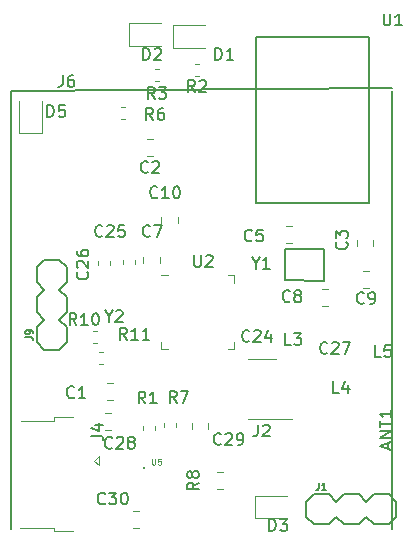
<source format=gbr>
G04 #@! TF.GenerationSoftware,KiCad,Pcbnew,(5.0.1)-rc2*
G04 #@! TF.CreationDate,2019-03-09T02:30:10-07:00*
G04 #@! TF.ProjectId,GPSLogger,4750534C6F676765722E6B696361645F,rev?*
G04 #@! TF.SameCoordinates,Original*
G04 #@! TF.FileFunction,Legend,Top*
G04 #@! TF.FilePolarity,Positive*
%FSLAX46Y46*%
G04 Gerber Fmt 4.6, Leading zero omitted, Abs format (unit mm)*
G04 Created by KiCad (PCBNEW (5.0.1)-rc2) date 3/9/2019 2:30:10 AM*
%MOMM*%
%LPD*%
G01*
G04 APERTURE LIST*
%ADD10C,0.200000*%
%ADD11C,0.120000*%
%ADD12C,0.203200*%
%ADD13C,0.150000*%
%ADD14C,0.100000*%
%ADD15C,0.127000*%
%ADD16C,0.125000*%
G04 APERTURE END LIST*
D10*
X226822000Y-64770000D02*
X226822000Y-27686000D01*
X194564000Y-27686000D02*
X194564000Y-64770000D01*
X226822000Y-27432000D02*
X194564000Y-27686000D01*
D11*
G04 #@! TO.C,C29*
X209856000Y-55796922D02*
X209856000Y-56314078D01*
X211276000Y-55796922D02*
X211276000Y-56314078D01*
D12*
G04 #@! TO.C,J1*
X227177600Y-62509400D02*
X227177600Y-63779400D01*
X221462600Y-64414400D02*
X220192600Y-64414400D01*
X219557600Y-63779400D02*
X220192600Y-64414400D01*
X220192600Y-61874400D02*
X219557600Y-62509400D01*
X219557600Y-62509400D02*
X219557600Y-63779400D01*
X222732600Y-64414400D02*
X222097600Y-63779400D01*
X224002600Y-64414400D02*
X222732600Y-64414400D01*
X224637600Y-63779400D02*
X224002600Y-64414400D01*
X224002600Y-61874400D02*
X224637600Y-62509400D01*
X222732600Y-61874400D02*
X224002600Y-61874400D01*
X222097600Y-62509400D02*
X222732600Y-61874400D01*
X222097600Y-63779400D02*
X221462600Y-64414400D01*
X221462600Y-61874400D02*
X222097600Y-62509400D01*
X220192600Y-61874400D02*
X221462600Y-61874400D01*
X225272600Y-64414400D02*
X224637600Y-63779400D01*
X226542600Y-64414400D02*
X225272600Y-64414400D01*
X227177600Y-63779400D02*
X226542600Y-64414400D01*
X226542600Y-61874400D02*
X227177600Y-62509400D01*
X225272600Y-61874400D02*
X226542600Y-61874400D01*
X224637600Y-62509400D02*
X225272600Y-61874400D01*
D13*
G04 #@! TO.C,U1*
X215265000Y-37164800D02*
X224865000Y-37164800D01*
X224865000Y-37164800D02*
X224865000Y-23164800D01*
X215265000Y-23164800D02*
X215265000Y-37164800D01*
X215265000Y-23164800D02*
X224865000Y-23164800D01*
D11*
G04 #@! TO.C,C1*
X203178578Y-52430000D02*
X202661422Y-52430000D01*
X203178578Y-53850000D02*
X202661422Y-53850000D01*
G04 #@! TO.C,C7*
X207161200Y-42293278D02*
X207161200Y-41776122D01*
X205741200Y-42293278D02*
X205741200Y-41776122D01*
G04 #@! TO.C,C8*
X220896922Y-45922000D02*
X221414078Y-45922000D01*
X220896922Y-44502000D02*
X221414078Y-44502000D01*
G04 #@! TO.C,C9*
X224355922Y-44398000D02*
X224873078Y-44398000D01*
X224355922Y-42978000D02*
X224873078Y-42978000D01*
G04 #@! TO.C,C10*
X208680000Y-38866078D02*
X208680000Y-38348922D01*
X207260000Y-38866078D02*
X207260000Y-38348922D01*
G04 #@! TO.C,D1*
X208273700Y-24048600D02*
X210958700Y-24048600D01*
X208273700Y-22128600D02*
X208273700Y-24048600D01*
X210958700Y-22128600D02*
X208273700Y-22128600D01*
G04 #@! TO.C,D2*
X204552600Y-23896200D02*
X207237600Y-23896200D01*
X204552600Y-21976200D02*
X204552600Y-23896200D01*
X207237600Y-21976200D02*
X204552600Y-21976200D01*
G04 #@! TO.C,D5*
X197149600Y-31248300D02*
X197149600Y-28563300D01*
X195229600Y-31248300D02*
X197149600Y-31248300D01*
X195229600Y-28563300D02*
X195229600Y-31248300D01*
G04 #@! TO.C,U2*
X212913926Y-43325526D02*
X213483926Y-43325526D01*
X207243926Y-49565526D02*
X207243926Y-48995526D01*
X207813926Y-49565526D02*
X207243926Y-49565526D01*
X213483926Y-49565526D02*
X213483926Y-48995526D01*
X212913926Y-49565526D02*
X213483926Y-49565526D01*
X213483926Y-43945526D02*
X213483926Y-43325526D01*
X207243926Y-43325526D02*
X207813926Y-43325526D01*
G04 #@! TO.C,J2*
X214589526Y-50437926D02*
X214589526Y-50387926D01*
X217009526Y-50437926D02*
X217009526Y-50387926D01*
X214589526Y-55507926D02*
X214589526Y-55457926D01*
X217009526Y-55507926D02*
X217009526Y-55457926D01*
X218389526Y-55457926D02*
X217009526Y-55457926D01*
X217009526Y-50387926D02*
X214589526Y-50387926D01*
X217009526Y-55507926D02*
X214589526Y-55507926D01*
G04 #@! TO.C,C25*
X205081600Y-42352279D02*
X205081600Y-42026721D01*
X204061600Y-42352279D02*
X204061600Y-42026721D01*
G04 #@! TO.C,C26*
X202948000Y-42453879D02*
X202948000Y-42128321D01*
X201928000Y-42453879D02*
X201928000Y-42128321D01*
D12*
G04 #@! TO.C,J9*
X197383400Y-42011600D02*
X198653400Y-42011600D01*
X199288400Y-47726600D02*
X199288400Y-48996600D01*
X198653400Y-49631600D02*
X199288400Y-48996600D01*
X196748400Y-48996600D02*
X197383400Y-49631600D01*
X197383400Y-49631600D02*
X198653400Y-49631600D01*
X199288400Y-46456600D02*
X198653400Y-47091600D01*
X199288400Y-45186600D02*
X199288400Y-46456600D01*
X198653400Y-44551600D02*
X199288400Y-45186600D01*
X196748400Y-45186600D02*
X197383400Y-44551600D01*
X196748400Y-46456600D02*
X196748400Y-45186600D01*
X197383400Y-47091600D02*
X196748400Y-46456600D01*
X198653400Y-47091600D02*
X199288400Y-47726600D01*
X196748400Y-47726600D02*
X197383400Y-47091600D01*
X196748400Y-48996600D02*
X196748400Y-47726600D01*
X199288400Y-43916600D02*
X198653400Y-44551600D01*
X199288400Y-42646600D02*
X199288400Y-43916600D01*
X198653400Y-42011600D02*
X199288400Y-42646600D01*
X196748400Y-42646600D02*
X197383400Y-42011600D01*
X196748400Y-43916600D02*
X196748400Y-42646600D01*
X197383400Y-44551600D02*
X196748400Y-43916600D01*
D11*
G04 #@! TO.C,R2*
X210461979Y-25410700D02*
X210136421Y-25410700D01*
X210461979Y-26430700D02*
X210136421Y-26430700D01*
G04 #@! TO.C,R3*
X206732821Y-26887900D02*
X207058379Y-26887900D01*
X206732821Y-25867900D02*
X207058379Y-25867900D01*
G04 #@! TO.C,R6*
X204175479Y-29106400D02*
X203849921Y-29106400D01*
X204175479Y-30126400D02*
X203849921Y-30126400D01*
G04 #@! TO.C,R10*
X201513221Y-49024000D02*
X201838779Y-49024000D01*
X201513221Y-48004000D02*
X201838779Y-48004000D01*
G04 #@! TO.C,R11*
X202046721Y-50802000D02*
X202372279Y-50802000D01*
X202046721Y-49782000D02*
X202372279Y-49782000D01*
D13*
G04 #@! TO.C,Y1*
X217754200Y-43764200D02*
X221056200Y-43789600D01*
X217728800Y-41122600D02*
X217754200Y-43764200D01*
X221056200Y-41122600D02*
X217728800Y-41122600D01*
X221056200Y-43764200D02*
X221056200Y-41122600D01*
D11*
G04 #@! TO.C,C2*
X206067922Y-33222000D02*
X206585078Y-33222000D01*
X206067922Y-31802000D02*
X206585078Y-31802000D01*
G04 #@! TO.C,C3*
X223826000Y-40302922D02*
X223826000Y-40820078D01*
X225246000Y-40302922D02*
X225246000Y-40820078D01*
G04 #@! TO.C,C5*
X218366078Y-39168000D02*
X217848922Y-39168000D01*
X218366078Y-40588000D02*
X217848922Y-40588000D01*
G04 #@! TO.C,C28*
X203011078Y-55000000D02*
X202493922Y-55000000D01*
X203011078Y-56420000D02*
X202493922Y-56420000D01*
G04 #@! TO.C,C30*
X205412078Y-63298000D02*
X204894922Y-63298000D01*
X205412078Y-64718000D02*
X204894922Y-64718000D01*
G04 #@! TO.C,D3*
X215231000Y-63901200D02*
X217916000Y-63901200D01*
X215231000Y-61981200D02*
X215231000Y-63901200D01*
X217916000Y-61981200D02*
X215231000Y-61981200D01*
G04 #@! TO.C,J4*
X198227200Y-55326600D02*
X199777200Y-55326600D01*
X198227200Y-55326600D02*
X198227200Y-55626600D01*
X195427200Y-55626600D02*
X198227200Y-55626600D01*
X198227200Y-65001600D02*
X199777200Y-65001600D01*
X198162200Y-64701600D02*
X198162200Y-65001600D01*
X195362200Y-64701600D02*
X198162200Y-64701600D01*
X202027200Y-59426600D02*
X201577200Y-59026600D01*
X202027200Y-58626600D02*
X202027200Y-59426600D01*
X201577200Y-59026600D02*
X202027200Y-58626600D01*
G04 #@! TO.C,R1*
X206758000Y-56418267D02*
X206758000Y-56075733D01*
X205738000Y-56418267D02*
X205738000Y-56075733D01*
G04 #@! TO.C,R7*
X208536000Y-56192267D02*
X208536000Y-55849733D01*
X207516000Y-56192267D02*
X207516000Y-55849733D01*
G04 #@! TO.C,R8*
X212524078Y-59996000D02*
X212006922Y-59996000D01*
X212524078Y-61416000D02*
X212006922Y-61416000D01*
D14*
G04 #@! TO.C,U5*
X205926000Y-59634000D02*
G75*
G03X205926000Y-59634000I-100000J0D01*
G01*
G04 #@! TO.C,C29*
D13*
X212332142Y-57582142D02*
X212284523Y-57629761D01*
X212141666Y-57677380D01*
X212046428Y-57677380D01*
X211903571Y-57629761D01*
X211808333Y-57534523D01*
X211760714Y-57439285D01*
X211713095Y-57248809D01*
X211713095Y-57105952D01*
X211760714Y-56915476D01*
X211808333Y-56820238D01*
X211903571Y-56725000D01*
X212046428Y-56677380D01*
X212141666Y-56677380D01*
X212284523Y-56725000D01*
X212332142Y-56772619D01*
X212713095Y-56772619D02*
X212760714Y-56725000D01*
X212855952Y-56677380D01*
X213094047Y-56677380D01*
X213189285Y-56725000D01*
X213236904Y-56772619D01*
X213284523Y-56867857D01*
X213284523Y-56963095D01*
X213236904Y-57105952D01*
X212665476Y-57677380D01*
X213284523Y-57677380D01*
X213760714Y-57677380D02*
X213951190Y-57677380D01*
X214046428Y-57629761D01*
X214094047Y-57582142D01*
X214189285Y-57439285D01*
X214236904Y-57248809D01*
X214236904Y-56867857D01*
X214189285Y-56772619D01*
X214141666Y-56725000D01*
X214046428Y-56677380D01*
X213855952Y-56677380D01*
X213760714Y-56725000D01*
X213713095Y-56772619D01*
X213665476Y-56867857D01*
X213665476Y-57105952D01*
X213713095Y-57201190D01*
X213760714Y-57248809D01*
X213855952Y-57296428D01*
X214046428Y-57296428D01*
X214141666Y-57248809D01*
X214189285Y-57201190D01*
X214236904Y-57105952D01*
G04 #@! TO.C,J1*
D15*
X220624400Y-60905571D02*
X220624400Y-61341000D01*
X220595371Y-61428085D01*
X220537314Y-61486142D01*
X220450228Y-61515171D01*
X220392171Y-61515171D01*
X221234000Y-61515171D02*
X220885657Y-61515171D01*
X221059828Y-61515171D02*
X221059828Y-60905571D01*
X221001771Y-60992657D01*
X220943714Y-61050714D01*
X220885657Y-61079742D01*
G04 #@! TO.C,U1*
D13*
X226103095Y-21167180D02*
X226103095Y-21976704D01*
X226150714Y-22071942D01*
X226198333Y-22119561D01*
X226293571Y-22167180D01*
X226484047Y-22167180D01*
X226579285Y-22119561D01*
X226626904Y-22071942D01*
X226674523Y-21976704D01*
X226674523Y-21167180D01*
X227674523Y-22167180D02*
X227103095Y-22167180D01*
X227388809Y-22167180D02*
X227388809Y-21167180D01*
X227293571Y-21310038D01*
X227198333Y-21405276D01*
X227103095Y-21452895D01*
G04 #@! TO.C,C1*
X199908333Y-53632142D02*
X199860714Y-53679761D01*
X199717857Y-53727380D01*
X199622619Y-53727380D01*
X199479761Y-53679761D01*
X199384523Y-53584523D01*
X199336904Y-53489285D01*
X199289285Y-53298809D01*
X199289285Y-53155952D01*
X199336904Y-52965476D01*
X199384523Y-52870238D01*
X199479761Y-52775000D01*
X199622619Y-52727380D01*
X199717857Y-52727380D01*
X199860714Y-52775000D01*
X199908333Y-52822619D01*
X200860714Y-53727380D02*
X200289285Y-53727380D01*
X200575000Y-53727380D02*
X200575000Y-52727380D01*
X200479761Y-52870238D01*
X200384523Y-52965476D01*
X200289285Y-53013095D01*
G04 #@! TO.C,C7*
X206335333Y-39981142D02*
X206287714Y-40028761D01*
X206144857Y-40076380D01*
X206049619Y-40076380D01*
X205906761Y-40028761D01*
X205811523Y-39933523D01*
X205763904Y-39838285D01*
X205716285Y-39647809D01*
X205716285Y-39504952D01*
X205763904Y-39314476D01*
X205811523Y-39219238D01*
X205906761Y-39124000D01*
X206049619Y-39076380D01*
X206144857Y-39076380D01*
X206287714Y-39124000D01*
X206335333Y-39171619D01*
X206668666Y-39076380D02*
X207335333Y-39076380D01*
X206906761Y-40076380D01*
G04 #@! TO.C,C8*
X218173333Y-45507142D02*
X218125714Y-45554761D01*
X217982857Y-45602380D01*
X217887619Y-45602380D01*
X217744761Y-45554761D01*
X217649523Y-45459523D01*
X217601904Y-45364285D01*
X217554285Y-45173809D01*
X217554285Y-45030952D01*
X217601904Y-44840476D01*
X217649523Y-44745238D01*
X217744761Y-44650000D01*
X217887619Y-44602380D01*
X217982857Y-44602380D01*
X218125714Y-44650000D01*
X218173333Y-44697619D01*
X218744761Y-45030952D02*
X218649523Y-44983333D01*
X218601904Y-44935714D01*
X218554285Y-44840476D01*
X218554285Y-44792857D01*
X218601904Y-44697619D01*
X218649523Y-44650000D01*
X218744761Y-44602380D01*
X218935238Y-44602380D01*
X219030476Y-44650000D01*
X219078095Y-44697619D01*
X219125714Y-44792857D01*
X219125714Y-44840476D01*
X219078095Y-44935714D01*
X219030476Y-44983333D01*
X218935238Y-45030952D01*
X218744761Y-45030952D01*
X218649523Y-45078571D01*
X218601904Y-45126190D01*
X218554285Y-45221428D01*
X218554285Y-45411904D01*
X218601904Y-45507142D01*
X218649523Y-45554761D01*
X218744761Y-45602380D01*
X218935238Y-45602380D01*
X219030476Y-45554761D01*
X219078095Y-45507142D01*
X219125714Y-45411904D01*
X219125714Y-45221428D01*
X219078095Y-45126190D01*
X219030476Y-45078571D01*
X218935238Y-45030952D01*
G04 #@! TO.C,C9*
X224447833Y-45656416D02*
X224400214Y-45704035D01*
X224257357Y-45751654D01*
X224162119Y-45751654D01*
X224019261Y-45704035D01*
X223924023Y-45608797D01*
X223876404Y-45513559D01*
X223828785Y-45323083D01*
X223828785Y-45180226D01*
X223876404Y-44989750D01*
X223924023Y-44894512D01*
X224019261Y-44799274D01*
X224162119Y-44751654D01*
X224257357Y-44751654D01*
X224400214Y-44799274D01*
X224447833Y-44846893D01*
X224924023Y-45751654D02*
X225114500Y-45751654D01*
X225209738Y-45704035D01*
X225257357Y-45656416D01*
X225352595Y-45513559D01*
X225400214Y-45323083D01*
X225400214Y-44942131D01*
X225352595Y-44846893D01*
X225304976Y-44799274D01*
X225209738Y-44751654D01*
X225019261Y-44751654D01*
X224924023Y-44799274D01*
X224876404Y-44846893D01*
X224828785Y-44942131D01*
X224828785Y-45180226D01*
X224876404Y-45275464D01*
X224924023Y-45323083D01*
X225019261Y-45370702D01*
X225209738Y-45370702D01*
X225304976Y-45323083D01*
X225352595Y-45275464D01*
X225400214Y-45180226D01*
G04 #@! TO.C,C10*
X206957716Y-36700116D02*
X206910097Y-36747735D01*
X206767240Y-36795354D01*
X206672002Y-36795354D01*
X206529145Y-36747735D01*
X206433907Y-36652497D01*
X206386288Y-36557259D01*
X206338669Y-36366783D01*
X206338669Y-36223926D01*
X206386288Y-36033450D01*
X206433907Y-35938212D01*
X206529145Y-35842974D01*
X206672002Y-35795354D01*
X206767240Y-35795354D01*
X206910097Y-35842974D01*
X206957716Y-35890593D01*
X207910097Y-36795354D02*
X207338669Y-36795354D01*
X207624383Y-36795354D02*
X207624383Y-35795354D01*
X207529145Y-35938212D01*
X207433907Y-36033450D01*
X207338669Y-36081069D01*
X208529145Y-35795354D02*
X208624383Y-35795354D01*
X208719621Y-35842974D01*
X208767240Y-35890593D01*
X208814859Y-35985831D01*
X208862478Y-36176307D01*
X208862478Y-36414402D01*
X208814859Y-36604878D01*
X208767240Y-36700116D01*
X208719621Y-36747735D01*
X208624383Y-36795354D01*
X208529145Y-36795354D01*
X208433907Y-36747735D01*
X208386288Y-36700116D01*
X208338669Y-36604878D01*
X208291050Y-36414402D01*
X208291050Y-36176307D01*
X208338669Y-35985831D01*
X208386288Y-35890593D01*
X208433907Y-35842974D01*
X208529145Y-35795354D01*
G04 #@! TO.C,D1*
X211859904Y-25090380D02*
X211859904Y-24090380D01*
X212098000Y-24090380D01*
X212240857Y-24138000D01*
X212336095Y-24233238D01*
X212383714Y-24328476D01*
X212431333Y-24518952D01*
X212431333Y-24661809D01*
X212383714Y-24852285D01*
X212336095Y-24947523D01*
X212240857Y-25042761D01*
X212098000Y-25090380D01*
X211859904Y-25090380D01*
X213383714Y-25090380D02*
X212812285Y-25090380D01*
X213098000Y-25090380D02*
X213098000Y-24090380D01*
X213002761Y-24233238D01*
X212907523Y-24328476D01*
X212812285Y-24376095D01*
G04 #@! TO.C,D2*
X205763904Y-25090380D02*
X205763904Y-24090380D01*
X206002000Y-24090380D01*
X206144857Y-24138000D01*
X206240095Y-24233238D01*
X206287714Y-24328476D01*
X206335333Y-24518952D01*
X206335333Y-24661809D01*
X206287714Y-24852285D01*
X206240095Y-24947523D01*
X206144857Y-25042761D01*
X206002000Y-25090380D01*
X205763904Y-25090380D01*
X206716285Y-24185619D02*
X206763904Y-24138000D01*
X206859142Y-24090380D01*
X207097238Y-24090380D01*
X207192476Y-24138000D01*
X207240095Y-24185619D01*
X207287714Y-24280857D01*
X207287714Y-24376095D01*
X207240095Y-24518952D01*
X206668666Y-25090380D01*
X207287714Y-25090380D01*
G04 #@! TO.C,D5*
X197635904Y-29916380D02*
X197635904Y-28916380D01*
X197874000Y-28916380D01*
X198016857Y-28964000D01*
X198112095Y-29059238D01*
X198159714Y-29154476D01*
X198207333Y-29344952D01*
X198207333Y-29487809D01*
X198159714Y-29678285D01*
X198112095Y-29773523D01*
X198016857Y-29868761D01*
X197874000Y-29916380D01*
X197635904Y-29916380D01*
X199112095Y-28916380D02*
X198635904Y-28916380D01*
X198588285Y-29392571D01*
X198635904Y-29344952D01*
X198731142Y-29297333D01*
X198969238Y-29297333D01*
X199064476Y-29344952D01*
X199112095Y-29392571D01*
X199159714Y-29487809D01*
X199159714Y-29725904D01*
X199112095Y-29821142D01*
X199064476Y-29868761D01*
X198969238Y-29916380D01*
X198731142Y-29916380D01*
X198635904Y-29868761D01*
X198588285Y-29821142D01*
G04 #@! TO.C,U2*
X210058095Y-41616380D02*
X210058095Y-42425904D01*
X210105714Y-42521142D01*
X210153333Y-42568761D01*
X210248571Y-42616380D01*
X210439047Y-42616380D01*
X210534285Y-42568761D01*
X210581904Y-42521142D01*
X210629523Y-42425904D01*
X210629523Y-41616380D01*
X211058095Y-41711619D02*
X211105714Y-41664000D01*
X211200952Y-41616380D01*
X211439047Y-41616380D01*
X211534285Y-41664000D01*
X211581904Y-41711619D01*
X211629523Y-41806857D01*
X211629523Y-41902095D01*
X211581904Y-42044952D01*
X211010476Y-42616380D01*
X211629523Y-42616380D01*
G04 #@! TO.C,J2*
X215466192Y-55960306D02*
X215466192Y-56674592D01*
X215418573Y-56817449D01*
X215323335Y-56912687D01*
X215180478Y-56960306D01*
X215085240Y-56960306D01*
X215894764Y-56055545D02*
X215942383Y-56007926D01*
X216037621Y-55960306D01*
X216275716Y-55960306D01*
X216370954Y-56007926D01*
X216418573Y-56055545D01*
X216466192Y-56150783D01*
X216466192Y-56246021D01*
X216418573Y-56388878D01*
X215847145Y-56960306D01*
X216466192Y-56960306D01*
G04 #@! TO.C,C25*
X202303142Y-39981142D02*
X202255523Y-40028761D01*
X202112666Y-40076380D01*
X202017428Y-40076380D01*
X201874571Y-40028761D01*
X201779333Y-39933523D01*
X201731714Y-39838285D01*
X201684095Y-39647809D01*
X201684095Y-39504952D01*
X201731714Y-39314476D01*
X201779333Y-39219238D01*
X201874571Y-39124000D01*
X202017428Y-39076380D01*
X202112666Y-39076380D01*
X202255523Y-39124000D01*
X202303142Y-39171619D01*
X202684095Y-39171619D02*
X202731714Y-39124000D01*
X202826952Y-39076380D01*
X203065047Y-39076380D01*
X203160285Y-39124000D01*
X203207904Y-39171619D01*
X203255523Y-39266857D01*
X203255523Y-39362095D01*
X203207904Y-39504952D01*
X202636476Y-40076380D01*
X203255523Y-40076380D01*
X204160285Y-39076380D02*
X203684095Y-39076380D01*
X203636476Y-39552571D01*
X203684095Y-39504952D01*
X203779333Y-39457333D01*
X204017428Y-39457333D01*
X204112666Y-39504952D01*
X204160285Y-39552571D01*
X204207904Y-39647809D01*
X204207904Y-39885904D01*
X204160285Y-39981142D01*
X204112666Y-40028761D01*
X204017428Y-40076380D01*
X203779333Y-40076380D01*
X203684095Y-40028761D01*
X203636476Y-39981142D01*
G04 #@! TO.C,C26*
X201017142Y-43060857D02*
X201064761Y-43108476D01*
X201112380Y-43251333D01*
X201112380Y-43346571D01*
X201064761Y-43489428D01*
X200969523Y-43584666D01*
X200874285Y-43632285D01*
X200683809Y-43679904D01*
X200540952Y-43679904D01*
X200350476Y-43632285D01*
X200255238Y-43584666D01*
X200160000Y-43489428D01*
X200112380Y-43346571D01*
X200112380Y-43251333D01*
X200160000Y-43108476D01*
X200207619Y-43060857D01*
X200207619Y-42679904D02*
X200160000Y-42632285D01*
X200112380Y-42537047D01*
X200112380Y-42298952D01*
X200160000Y-42203714D01*
X200207619Y-42156095D01*
X200302857Y-42108476D01*
X200398095Y-42108476D01*
X200540952Y-42156095D01*
X201112380Y-42727523D01*
X201112380Y-42108476D01*
X200112380Y-41251333D02*
X200112380Y-41441809D01*
X200160000Y-41537047D01*
X200207619Y-41584666D01*
X200350476Y-41679904D01*
X200540952Y-41727523D01*
X200921904Y-41727523D01*
X201017142Y-41679904D01*
X201064761Y-41632285D01*
X201112380Y-41537047D01*
X201112380Y-41346571D01*
X201064761Y-41251333D01*
X201017142Y-41203714D01*
X200921904Y-41156095D01*
X200683809Y-41156095D01*
X200588571Y-41203714D01*
X200540952Y-41251333D01*
X200493333Y-41346571D01*
X200493333Y-41537047D01*
X200540952Y-41632285D01*
X200588571Y-41679904D01*
X200683809Y-41727523D01*
G04 #@! TO.C,J9*
D15*
X195779571Y-48564800D02*
X196215000Y-48564800D01*
X196302085Y-48593828D01*
X196360142Y-48651885D01*
X196389171Y-48738971D01*
X196389171Y-48797028D01*
X196389171Y-48245485D02*
X196389171Y-48129371D01*
X196360142Y-48071314D01*
X196331114Y-48042285D01*
X196244028Y-47984228D01*
X196127914Y-47955200D01*
X195895685Y-47955200D01*
X195837628Y-47984228D01*
X195808600Y-48013257D01*
X195779571Y-48071314D01*
X195779571Y-48187428D01*
X195808600Y-48245485D01*
X195837628Y-48274514D01*
X195895685Y-48303542D01*
X196040828Y-48303542D01*
X196098885Y-48274514D01*
X196127914Y-48245485D01*
X196156942Y-48187428D01*
X196156942Y-48071314D01*
X196127914Y-48013257D01*
X196098885Y-47984228D01*
X196040828Y-47955200D01*
G04 #@! TO.C,R2*
D13*
X210132533Y-27803080D02*
X209799200Y-27326890D01*
X209561104Y-27803080D02*
X209561104Y-26803080D01*
X209942057Y-26803080D01*
X210037295Y-26850700D01*
X210084914Y-26898319D01*
X210132533Y-26993557D01*
X210132533Y-27136414D01*
X210084914Y-27231652D01*
X210037295Y-27279271D01*
X209942057Y-27326890D01*
X209561104Y-27326890D01*
X210513485Y-26898319D02*
X210561104Y-26850700D01*
X210656342Y-26803080D01*
X210894438Y-26803080D01*
X210989676Y-26850700D01*
X211037295Y-26898319D01*
X211084914Y-26993557D01*
X211084914Y-27088795D01*
X211037295Y-27231652D01*
X210465866Y-27803080D01*
X211084914Y-27803080D01*
G04 #@! TO.C,R3*
X206728933Y-28392380D02*
X206395600Y-27916190D01*
X206157504Y-28392380D02*
X206157504Y-27392380D01*
X206538457Y-27392380D01*
X206633695Y-27440000D01*
X206681314Y-27487619D01*
X206728933Y-27582857D01*
X206728933Y-27725714D01*
X206681314Y-27820952D01*
X206633695Y-27868571D01*
X206538457Y-27916190D01*
X206157504Y-27916190D01*
X207062266Y-27392380D02*
X207681314Y-27392380D01*
X207347980Y-27773333D01*
X207490838Y-27773333D01*
X207586076Y-27820952D01*
X207633695Y-27868571D01*
X207681314Y-27963809D01*
X207681314Y-28201904D01*
X207633695Y-28297142D01*
X207586076Y-28344761D01*
X207490838Y-28392380D01*
X207205123Y-28392380D01*
X207109885Y-28344761D01*
X207062266Y-28297142D01*
G04 #@! TO.C,R6*
X206589333Y-30170380D02*
X206256000Y-29694190D01*
X206017904Y-30170380D02*
X206017904Y-29170380D01*
X206398857Y-29170380D01*
X206494095Y-29218000D01*
X206541714Y-29265619D01*
X206589333Y-29360857D01*
X206589333Y-29503714D01*
X206541714Y-29598952D01*
X206494095Y-29646571D01*
X206398857Y-29694190D01*
X206017904Y-29694190D01*
X207446476Y-29170380D02*
X207256000Y-29170380D01*
X207160761Y-29218000D01*
X207113142Y-29265619D01*
X207017904Y-29408476D01*
X206970285Y-29598952D01*
X206970285Y-29979904D01*
X207017904Y-30075142D01*
X207065523Y-30122761D01*
X207160761Y-30170380D01*
X207351238Y-30170380D01*
X207446476Y-30122761D01*
X207494095Y-30075142D01*
X207541714Y-29979904D01*
X207541714Y-29741809D01*
X207494095Y-29646571D01*
X207446476Y-29598952D01*
X207351238Y-29551333D01*
X207160761Y-29551333D01*
X207065523Y-29598952D01*
X207017904Y-29646571D01*
X206970285Y-29741809D01*
G04 #@! TO.C,R10*
X200107142Y-47536380D02*
X199773809Y-47060190D01*
X199535714Y-47536380D02*
X199535714Y-46536380D01*
X199916666Y-46536380D01*
X200011904Y-46584000D01*
X200059523Y-46631619D01*
X200107142Y-46726857D01*
X200107142Y-46869714D01*
X200059523Y-46964952D01*
X200011904Y-47012571D01*
X199916666Y-47060190D01*
X199535714Y-47060190D01*
X201059523Y-47536380D02*
X200488095Y-47536380D01*
X200773809Y-47536380D02*
X200773809Y-46536380D01*
X200678571Y-46679238D01*
X200583333Y-46774476D01*
X200488095Y-46822095D01*
X201678571Y-46536380D02*
X201773809Y-46536380D01*
X201869047Y-46584000D01*
X201916666Y-46631619D01*
X201964285Y-46726857D01*
X202011904Y-46917333D01*
X202011904Y-47155428D01*
X201964285Y-47345904D01*
X201916666Y-47441142D01*
X201869047Y-47488761D01*
X201773809Y-47536380D01*
X201678571Y-47536380D01*
X201583333Y-47488761D01*
X201535714Y-47441142D01*
X201488095Y-47345904D01*
X201440476Y-47155428D01*
X201440476Y-46917333D01*
X201488095Y-46726857D01*
X201535714Y-46631619D01*
X201583333Y-46584000D01*
X201678571Y-46536380D01*
G04 #@! TO.C,R11*
X204382142Y-48777380D02*
X204048809Y-48301190D01*
X203810714Y-48777380D02*
X203810714Y-47777380D01*
X204191666Y-47777380D01*
X204286904Y-47825000D01*
X204334523Y-47872619D01*
X204382142Y-47967857D01*
X204382142Y-48110714D01*
X204334523Y-48205952D01*
X204286904Y-48253571D01*
X204191666Y-48301190D01*
X203810714Y-48301190D01*
X205334523Y-48777380D02*
X204763095Y-48777380D01*
X205048809Y-48777380D02*
X205048809Y-47777380D01*
X204953571Y-47920238D01*
X204858333Y-48015476D01*
X204763095Y-48063095D01*
X206286904Y-48777380D02*
X205715476Y-48777380D01*
X206001190Y-48777380D02*
X206001190Y-47777380D01*
X205905952Y-47920238D01*
X205810714Y-48015476D01*
X205715476Y-48063095D01*
G04 #@! TO.C,Y1*
X215283809Y-42286190D02*
X215283809Y-42762380D01*
X214950476Y-41762380D02*
X215283809Y-42286190D01*
X215617142Y-41762380D01*
X216474285Y-42762380D02*
X215902857Y-42762380D01*
X216188571Y-42762380D02*
X216188571Y-41762380D01*
X216093333Y-41905238D01*
X215998095Y-42000476D01*
X215902857Y-42048095D01*
G04 #@! TO.C,C2*
X206159833Y-34570942D02*
X206112214Y-34618561D01*
X205969357Y-34666180D01*
X205874119Y-34666180D01*
X205731261Y-34618561D01*
X205636023Y-34523323D01*
X205588404Y-34428085D01*
X205540785Y-34237609D01*
X205540785Y-34094752D01*
X205588404Y-33904276D01*
X205636023Y-33809038D01*
X205731261Y-33713800D01*
X205874119Y-33666180D01*
X205969357Y-33666180D01*
X206112214Y-33713800D01*
X206159833Y-33761419D01*
X206540785Y-33761419D02*
X206588404Y-33713800D01*
X206683642Y-33666180D01*
X206921738Y-33666180D01*
X207016976Y-33713800D01*
X207064595Y-33761419D01*
X207112214Y-33856657D01*
X207112214Y-33951895D01*
X207064595Y-34094752D01*
X206493166Y-34666180D01*
X207112214Y-34666180D01*
G04 #@! TO.C,C3*
X222967142Y-40516666D02*
X223014761Y-40564285D01*
X223062380Y-40707142D01*
X223062380Y-40802380D01*
X223014761Y-40945238D01*
X222919523Y-41040476D01*
X222824285Y-41088095D01*
X222633809Y-41135714D01*
X222490952Y-41135714D01*
X222300476Y-41088095D01*
X222205238Y-41040476D01*
X222110000Y-40945238D01*
X222062380Y-40802380D01*
X222062380Y-40707142D01*
X222110000Y-40564285D01*
X222157619Y-40516666D01*
X222062380Y-40183333D02*
X222062380Y-39564285D01*
X222443333Y-39897619D01*
X222443333Y-39754761D01*
X222490952Y-39659523D01*
X222538571Y-39611904D01*
X222633809Y-39564285D01*
X222871904Y-39564285D01*
X222967142Y-39611904D01*
X223014761Y-39659523D01*
X223062380Y-39754761D01*
X223062380Y-40040476D01*
X223014761Y-40135714D01*
X222967142Y-40183333D01*
G04 #@! TO.C,C5*
X214963333Y-40367142D02*
X214915714Y-40414761D01*
X214772857Y-40462380D01*
X214677619Y-40462380D01*
X214534761Y-40414761D01*
X214439523Y-40319523D01*
X214391904Y-40224285D01*
X214344285Y-40033809D01*
X214344285Y-39890952D01*
X214391904Y-39700476D01*
X214439523Y-39605238D01*
X214534761Y-39510000D01*
X214677619Y-39462380D01*
X214772857Y-39462380D01*
X214915714Y-39510000D01*
X214963333Y-39557619D01*
X215868095Y-39462380D02*
X215391904Y-39462380D01*
X215344285Y-39938571D01*
X215391904Y-39890952D01*
X215487142Y-39843333D01*
X215725238Y-39843333D01*
X215820476Y-39890952D01*
X215868095Y-39938571D01*
X215915714Y-40033809D01*
X215915714Y-40271904D01*
X215868095Y-40367142D01*
X215820476Y-40414761D01*
X215725238Y-40462380D01*
X215487142Y-40462380D01*
X215391904Y-40414761D01*
X215344285Y-40367142D01*
G04 #@! TO.C,J6*
X198927766Y-26376380D02*
X198927766Y-27090666D01*
X198880147Y-27233523D01*
X198784909Y-27328761D01*
X198642052Y-27376380D01*
X198546814Y-27376380D01*
X199832528Y-26376380D02*
X199642052Y-26376380D01*
X199546814Y-26424000D01*
X199499195Y-26471619D01*
X199403957Y-26614476D01*
X199356338Y-26804952D01*
X199356338Y-27185904D01*
X199403957Y-27281142D01*
X199451576Y-27328761D01*
X199546814Y-27376380D01*
X199737290Y-27376380D01*
X199832528Y-27328761D01*
X199880147Y-27281142D01*
X199927766Y-27185904D01*
X199927766Y-26947809D01*
X199880147Y-26852571D01*
X199832528Y-26804952D01*
X199737290Y-26757333D01*
X199546814Y-26757333D01*
X199451576Y-26804952D01*
X199403957Y-26852571D01*
X199356338Y-26947809D01*
G04 #@! TO.C,ANT1*
X226480666Y-58007047D02*
X226480666Y-57530857D01*
X226766380Y-58102285D02*
X225766380Y-57768952D01*
X226766380Y-57435619D01*
X226766380Y-57102285D02*
X225766380Y-57102285D01*
X226766380Y-56530857D01*
X225766380Y-56530857D01*
X225766380Y-56197523D02*
X225766380Y-55626095D01*
X226766380Y-55911809D02*
X225766380Y-55911809D01*
X226766380Y-54768952D02*
X226766380Y-55340380D01*
X226766380Y-55054666D02*
X225766380Y-55054666D01*
X225909238Y-55149904D01*
X226004476Y-55245142D01*
X226052095Y-55340380D01*
G04 #@! TO.C,C24*
X214749142Y-48871142D02*
X214701523Y-48918761D01*
X214558666Y-48966380D01*
X214463428Y-48966380D01*
X214320571Y-48918761D01*
X214225333Y-48823523D01*
X214177714Y-48728285D01*
X214130095Y-48537809D01*
X214130095Y-48394952D01*
X214177714Y-48204476D01*
X214225333Y-48109238D01*
X214320571Y-48014000D01*
X214463428Y-47966380D01*
X214558666Y-47966380D01*
X214701523Y-48014000D01*
X214749142Y-48061619D01*
X215130095Y-48061619D02*
X215177714Y-48014000D01*
X215272952Y-47966380D01*
X215511047Y-47966380D01*
X215606285Y-48014000D01*
X215653904Y-48061619D01*
X215701523Y-48156857D01*
X215701523Y-48252095D01*
X215653904Y-48394952D01*
X215082476Y-48966380D01*
X215701523Y-48966380D01*
X216558666Y-48299714D02*
X216558666Y-48966380D01*
X216320571Y-47918761D02*
X216082476Y-48633047D01*
X216701523Y-48633047D01*
G04 #@! TO.C,C27*
X221353142Y-49887142D02*
X221305523Y-49934761D01*
X221162666Y-49982380D01*
X221067428Y-49982380D01*
X220924571Y-49934761D01*
X220829333Y-49839523D01*
X220781714Y-49744285D01*
X220734095Y-49553809D01*
X220734095Y-49410952D01*
X220781714Y-49220476D01*
X220829333Y-49125238D01*
X220924571Y-49030000D01*
X221067428Y-48982380D01*
X221162666Y-48982380D01*
X221305523Y-49030000D01*
X221353142Y-49077619D01*
X221734095Y-49077619D02*
X221781714Y-49030000D01*
X221876952Y-48982380D01*
X222115047Y-48982380D01*
X222210285Y-49030000D01*
X222257904Y-49077619D01*
X222305523Y-49172857D01*
X222305523Y-49268095D01*
X222257904Y-49410952D01*
X221686476Y-49982380D01*
X222305523Y-49982380D01*
X222638857Y-48982380D02*
X223305523Y-48982380D01*
X222876952Y-49982380D01*
G04 #@! TO.C,L3*
X218273333Y-49220380D02*
X217797142Y-49220380D01*
X217797142Y-48220380D01*
X218511428Y-48220380D02*
X219130476Y-48220380D01*
X218797142Y-48601333D01*
X218940000Y-48601333D01*
X219035238Y-48648952D01*
X219082857Y-48696571D01*
X219130476Y-48791809D01*
X219130476Y-49029904D01*
X219082857Y-49125142D01*
X219035238Y-49172761D01*
X218940000Y-49220380D01*
X218654285Y-49220380D01*
X218559047Y-49172761D01*
X218511428Y-49125142D01*
G04 #@! TO.C,L4*
X222337333Y-53284380D02*
X221861142Y-53284380D01*
X221861142Y-52284380D01*
X223099238Y-52617714D02*
X223099238Y-53284380D01*
X222861142Y-52236761D02*
X222623047Y-52951047D01*
X223242095Y-52951047D01*
G04 #@! TO.C,L5*
X225893333Y-50236380D02*
X225417142Y-50236380D01*
X225417142Y-49236380D01*
X226702857Y-49236380D02*
X226226666Y-49236380D01*
X226179047Y-49712571D01*
X226226666Y-49664952D01*
X226321904Y-49617333D01*
X226560000Y-49617333D01*
X226655238Y-49664952D01*
X226702857Y-49712571D01*
X226750476Y-49807809D01*
X226750476Y-50045904D01*
X226702857Y-50141142D01*
X226655238Y-50188761D01*
X226560000Y-50236380D01*
X226321904Y-50236380D01*
X226226666Y-50188761D01*
X226179047Y-50141142D01*
G04 #@! TO.C,C28*
X203125642Y-57908642D02*
X203078023Y-57956261D01*
X202935166Y-58003880D01*
X202839928Y-58003880D01*
X202697071Y-57956261D01*
X202601833Y-57861023D01*
X202554214Y-57765785D01*
X202506595Y-57575309D01*
X202506595Y-57432452D01*
X202554214Y-57241976D01*
X202601833Y-57146738D01*
X202697071Y-57051500D01*
X202839928Y-57003880D01*
X202935166Y-57003880D01*
X203078023Y-57051500D01*
X203125642Y-57099119D01*
X203506595Y-57099119D02*
X203554214Y-57051500D01*
X203649452Y-57003880D01*
X203887547Y-57003880D01*
X203982785Y-57051500D01*
X204030404Y-57099119D01*
X204078023Y-57194357D01*
X204078023Y-57289595D01*
X204030404Y-57432452D01*
X203458976Y-58003880D01*
X204078023Y-58003880D01*
X204649452Y-57432452D02*
X204554214Y-57384833D01*
X204506595Y-57337214D01*
X204458976Y-57241976D01*
X204458976Y-57194357D01*
X204506595Y-57099119D01*
X204554214Y-57051500D01*
X204649452Y-57003880D01*
X204839928Y-57003880D01*
X204935166Y-57051500D01*
X204982785Y-57099119D01*
X205030404Y-57194357D01*
X205030404Y-57241976D01*
X204982785Y-57337214D01*
X204935166Y-57384833D01*
X204839928Y-57432452D01*
X204649452Y-57432452D01*
X204554214Y-57480071D01*
X204506595Y-57527690D01*
X204458976Y-57622928D01*
X204458976Y-57813404D01*
X204506595Y-57908642D01*
X204554214Y-57956261D01*
X204649452Y-58003880D01*
X204839928Y-58003880D01*
X204935166Y-57956261D01*
X204982785Y-57908642D01*
X205030404Y-57813404D01*
X205030404Y-57622928D01*
X204982785Y-57527690D01*
X204935166Y-57480071D01*
X204839928Y-57432452D01*
G04 #@! TO.C,C30*
X202537142Y-62627142D02*
X202489523Y-62674761D01*
X202346666Y-62722380D01*
X202251428Y-62722380D01*
X202108571Y-62674761D01*
X202013333Y-62579523D01*
X201965714Y-62484285D01*
X201918095Y-62293809D01*
X201918095Y-62150952D01*
X201965714Y-61960476D01*
X202013333Y-61865238D01*
X202108571Y-61770000D01*
X202251428Y-61722380D01*
X202346666Y-61722380D01*
X202489523Y-61770000D01*
X202537142Y-61817619D01*
X202870476Y-61722380D02*
X203489523Y-61722380D01*
X203156190Y-62103333D01*
X203299047Y-62103333D01*
X203394285Y-62150952D01*
X203441904Y-62198571D01*
X203489523Y-62293809D01*
X203489523Y-62531904D01*
X203441904Y-62627142D01*
X203394285Y-62674761D01*
X203299047Y-62722380D01*
X203013333Y-62722380D01*
X202918095Y-62674761D01*
X202870476Y-62627142D01*
X204108571Y-61722380D02*
X204203809Y-61722380D01*
X204299047Y-61770000D01*
X204346666Y-61817619D01*
X204394285Y-61912857D01*
X204441904Y-62103333D01*
X204441904Y-62341428D01*
X204394285Y-62531904D01*
X204346666Y-62627142D01*
X204299047Y-62674761D01*
X204203809Y-62722380D01*
X204108571Y-62722380D01*
X204013333Y-62674761D01*
X203965714Y-62627142D01*
X203918095Y-62531904D01*
X203870476Y-62341428D01*
X203870476Y-62103333D01*
X203918095Y-61912857D01*
X203965714Y-61817619D01*
X204013333Y-61770000D01*
X204108571Y-61722380D01*
G04 #@! TO.C,D3*
X216431904Y-64968380D02*
X216431904Y-63968380D01*
X216670000Y-63968380D01*
X216812857Y-64016000D01*
X216908095Y-64111238D01*
X216955714Y-64206476D01*
X217003333Y-64396952D01*
X217003333Y-64539809D01*
X216955714Y-64730285D01*
X216908095Y-64825523D01*
X216812857Y-64920761D01*
X216670000Y-64968380D01*
X216431904Y-64968380D01*
X217336666Y-63968380D02*
X217955714Y-63968380D01*
X217622380Y-64349333D01*
X217765238Y-64349333D01*
X217860476Y-64396952D01*
X217908095Y-64444571D01*
X217955714Y-64539809D01*
X217955714Y-64777904D01*
X217908095Y-64873142D01*
X217860476Y-64920761D01*
X217765238Y-64968380D01*
X217479523Y-64968380D01*
X217384285Y-64920761D01*
X217336666Y-64873142D01*
G04 #@! TO.C,J4*
X201364580Y-56909933D02*
X202078866Y-56909933D01*
X202221723Y-56957552D01*
X202316961Y-57052790D01*
X202364580Y-57195647D01*
X202364580Y-57290885D01*
X201697914Y-56005171D02*
X202364580Y-56005171D01*
X201316961Y-56243266D02*
X202031247Y-56481361D01*
X202031247Y-55862314D01*
G04 #@! TO.C,R1*
X205933333Y-54177380D02*
X205600000Y-53701190D01*
X205361904Y-54177380D02*
X205361904Y-53177380D01*
X205742857Y-53177380D01*
X205838095Y-53225000D01*
X205885714Y-53272619D01*
X205933333Y-53367857D01*
X205933333Y-53510714D01*
X205885714Y-53605952D01*
X205838095Y-53653571D01*
X205742857Y-53701190D01*
X205361904Y-53701190D01*
X206885714Y-54177380D02*
X206314285Y-54177380D01*
X206600000Y-54177380D02*
X206600000Y-53177380D01*
X206504761Y-53320238D01*
X206409523Y-53415476D01*
X206314285Y-53463095D01*
G04 #@! TO.C,R7*
X208583333Y-54127380D02*
X208250000Y-53651190D01*
X208011904Y-54127380D02*
X208011904Y-53127380D01*
X208392857Y-53127380D01*
X208488095Y-53175000D01*
X208535714Y-53222619D01*
X208583333Y-53317857D01*
X208583333Y-53460714D01*
X208535714Y-53555952D01*
X208488095Y-53603571D01*
X208392857Y-53651190D01*
X208011904Y-53651190D01*
X208916666Y-53127380D02*
X209583333Y-53127380D01*
X209154761Y-54127380D01*
G04 #@! TO.C,R8*
X210482680Y-60872666D02*
X210006490Y-61206000D01*
X210482680Y-61444095D02*
X209482680Y-61444095D01*
X209482680Y-61063142D01*
X209530300Y-60967904D01*
X209577919Y-60920285D01*
X209673157Y-60872666D01*
X209816014Y-60872666D01*
X209911252Y-60920285D01*
X209958871Y-60967904D01*
X210006490Y-61063142D01*
X210006490Y-61444095D01*
X209911252Y-60301238D02*
X209863633Y-60396476D01*
X209816014Y-60444095D01*
X209720776Y-60491714D01*
X209673157Y-60491714D01*
X209577919Y-60444095D01*
X209530300Y-60396476D01*
X209482680Y-60301238D01*
X209482680Y-60110761D01*
X209530300Y-60015523D01*
X209577919Y-59967904D01*
X209673157Y-59920285D01*
X209720776Y-59920285D01*
X209816014Y-59967904D01*
X209863633Y-60015523D01*
X209911252Y-60110761D01*
X209911252Y-60301238D01*
X209958871Y-60396476D01*
X210006490Y-60444095D01*
X210101728Y-60491714D01*
X210292204Y-60491714D01*
X210387442Y-60444095D01*
X210435061Y-60396476D01*
X210482680Y-60301238D01*
X210482680Y-60110761D01*
X210435061Y-60015523D01*
X210387442Y-59967904D01*
X210292204Y-59920285D01*
X210101728Y-59920285D01*
X210006490Y-59967904D01*
X209958871Y-60015523D01*
X209911252Y-60110761D01*
G04 #@! TO.C,U5*
D16*
X206499047Y-58856190D02*
X206499047Y-59260952D01*
X206522857Y-59308571D01*
X206546666Y-59332380D01*
X206594285Y-59356190D01*
X206689523Y-59356190D01*
X206737142Y-59332380D01*
X206760952Y-59308571D01*
X206784761Y-59260952D01*
X206784761Y-58856190D01*
X207260952Y-58856190D02*
X207022857Y-58856190D01*
X206999047Y-59094285D01*
X207022857Y-59070476D01*
X207070476Y-59046666D01*
X207189523Y-59046666D01*
X207237142Y-59070476D01*
X207260952Y-59094285D01*
X207284761Y-59141904D01*
X207284761Y-59260952D01*
X207260952Y-59308571D01*
X207237142Y-59332380D01*
X207189523Y-59356190D01*
X207070476Y-59356190D01*
X207022857Y-59332380D01*
X206999047Y-59308571D01*
G04 #@! TO.C,Y2*
D13*
X202825409Y-46813790D02*
X202825409Y-47289980D01*
X202492076Y-46289980D02*
X202825409Y-46813790D01*
X203158742Y-46289980D01*
X203444457Y-46385219D02*
X203492076Y-46337600D01*
X203587314Y-46289980D01*
X203825409Y-46289980D01*
X203920647Y-46337600D01*
X203968266Y-46385219D01*
X204015885Y-46480457D01*
X204015885Y-46575695D01*
X203968266Y-46718552D01*
X203396838Y-47289980D01*
X204015885Y-47289980D01*
G04 #@! TD*
M02*

</source>
